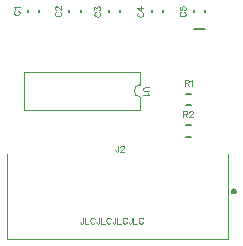
<source format=gbr>
G04 DipTrace 4.1.3.1*
G04 TopSilk.gbr*
%MOIN*%
G04 #@! TF.FileFunction,Legend,Top*
G04 #@! TF.Part,Single*
%ADD10C,0.004724*%
%ADD14C,0.005906*%
%ADD31C,0.003088*%
%FSLAX26Y26*%
G04*
G70*
G90*
G75*
G01*
G04 TopSilk*
%LPD*%
X838917Y952701D2*
D10*
X453130D1*
X838917Y824465D2*
X453130D1*
Y952701D2*
Y824465D1*
X838917Y952701D2*
Y909315D1*
Y867850D2*
Y824465D1*
Y909315D2*
G03X838917Y867850I1086J-20732D01*
G01*
X465068Y1150709D2*
D14*
Y1157795D1*
X502864Y1150709D2*
Y1157795D1*
X602570Y1150551D2*
Y1157638D1*
X640365Y1150551D2*
Y1157638D1*
X733819Y1150118D2*
Y1157205D1*
X771614Y1150118D2*
Y1157205D1*
X877570Y1150118D2*
Y1157205D1*
X915365Y1150118D2*
Y1157205D1*
X1017953Y1150354D2*
Y1157441D1*
X1055748Y1150354D2*
Y1157441D1*
X1018740Y1094449D2*
X1054961D1*
X991577Y878203D2*
X1007325D1*
X991577Y840408D2*
X1007325D1*
X991577Y773795D2*
X1007325D1*
X991577Y736000D2*
X1007325D1*
X393661Y677136D2*
D10*
Y393672D1*
X1131850D1*
Y677136D1*
G36*
X1141102Y553661D2*
X1141187Y554946D1*
X1141438Y556209D1*
X1141852Y557428D1*
X1142421Y558583D1*
X1143136Y559653D1*
X1143985Y560621D1*
X1144953Y561470D1*
X1146024Y562185D1*
X1147178Y562755D1*
X1148397Y563169D1*
X1149660Y563420D1*
X1150945Y563504D1*
X1152230Y563420D1*
X1153492Y563169D1*
X1154711Y562755D1*
X1155866Y562185D1*
X1156937Y561470D1*
X1157905Y560621D1*
X1158753Y559653D1*
X1159469Y558583D1*
X1160038Y557428D1*
X1160452Y556209D1*
X1160703Y554946D1*
X1160787Y553661D1*
D1*
X1160703Y552377D1*
X1160452Y551114D1*
X1160038Y549895D1*
X1159469Y548740D1*
X1158753Y547670D1*
X1157905Y546702D1*
X1156937Y545853D1*
X1155866Y545138D1*
X1154711Y544568D1*
X1153492Y544154D1*
X1152230Y543903D1*
X1150945Y543819D1*
X1149660Y543903D1*
X1148397Y544154D1*
X1147178Y544568D1*
X1146024Y545138D1*
X1144953Y545853D1*
X1143985Y546702D1*
X1143136Y547670D1*
X1142421Y548740D1*
X1141852Y549895D1*
X1141438Y551114D1*
X1141187Y552377D1*
X1141102Y553661D1*
D1*
G37*
X648930Y466559D2*
D31*
Y451260D1*
X647980Y448386D1*
X647007Y447436D1*
X645106Y446463D1*
X643182D1*
X641281Y447436D1*
X640330Y448386D1*
X639358Y451260D1*
Y453162D1*
X655106Y466559D2*
Y446463D1*
X666580D1*
X687104Y461784D2*
X686153Y463685D1*
X684230Y465608D1*
X682328Y466559D1*
X678504D1*
X676580Y465608D1*
X674679Y463685D1*
X673706Y461784D1*
X672756Y458910D1*
Y454112D1*
X673706Y451260D1*
X674679Y449337D1*
X676580Y447436D1*
X678504Y446463D1*
X682328D1*
X684230Y447436D1*
X686153Y449337D1*
X687104Y451260D1*
X702852Y466559D2*
Y451260D1*
X701901Y448386D1*
X700929Y447436D1*
X699027Y446463D1*
X697104D1*
X695203Y447436D1*
X694252Y448386D1*
X693279Y451260D1*
Y453162D1*
X709028Y466559D2*
Y446463D1*
X720502D1*
X741025Y461784D2*
X740075Y463685D1*
X738151Y465608D1*
X736250Y466559D1*
X732425D1*
X730502Y465608D1*
X728601Y463685D1*
X727628Y461784D1*
X726677Y458910D1*
Y454112D1*
X727628Y451260D1*
X728601Y449337D1*
X730502Y447436D1*
X732425Y446463D1*
X736250D1*
X738151Y447436D1*
X740075Y449337D1*
X741025Y451260D1*
X756774Y466559D2*
Y451260D1*
X755823Y448386D1*
X754850Y447436D1*
X752949Y446463D1*
X751026D1*
X749124Y447436D1*
X748174Y448386D1*
X747201Y451260D1*
Y453162D1*
X762949Y466559D2*
Y446463D1*
X774423D1*
X794947Y461784D2*
X793996Y463685D1*
X792073Y465608D1*
X790172Y466559D1*
X786347D1*
X784424Y465608D1*
X782522Y463685D1*
X781550Y461784D1*
X780599Y458910D1*
Y454112D1*
X781550Y451260D1*
X782522Y449337D1*
X784424Y447436D1*
X786347Y446463D1*
X790172D1*
X792073Y447436D1*
X793996Y449337D1*
X794947Y451260D1*
X810695Y466559D2*
Y451260D1*
X809745Y448386D1*
X808772Y447436D1*
X806871Y446463D1*
X804947D1*
X803046Y447436D1*
X802095Y448386D1*
X801123Y451260D1*
Y453162D1*
X816871Y466559D2*
Y446463D1*
X828345D1*
X848869Y461784D2*
X847918Y463685D1*
X845995Y465608D1*
X844093Y466559D1*
X840269D1*
X838345Y465608D1*
X836444Y463685D1*
X835471Y461784D1*
X834521Y458910D1*
Y454112D1*
X835471Y451260D1*
X836444Y449337D1*
X838345Y447436D1*
X840269Y446463D1*
X844093D1*
X845995Y447436D1*
X847918Y449337D1*
X848869Y451260D1*
X868207Y900768D2*
X853859D1*
X850985Y899817D1*
X849083Y897894D1*
X848111Y895020D1*
Y893119D1*
X849083Y890245D1*
X850985Y888321D1*
X853859Y887371D1*
X868207D1*
X864360Y881195D2*
X865333Y879271D1*
X868184Y876397D1*
X848111D1*
X422444Y1155939D2*
X420543Y1154989D1*
X418619Y1153065D1*
X417669Y1151164D1*
Y1147339D1*
X418619Y1145416D1*
X420543Y1143515D1*
X422444Y1142542D1*
X425318Y1141591D1*
X430115D1*
X432967Y1142542D1*
X434891Y1143515D1*
X436792Y1145416D1*
X437765Y1147339D1*
Y1151164D1*
X436792Y1153065D1*
X434891Y1154989D1*
X432967Y1155939D1*
X421516Y1162115D2*
X420543Y1164038D1*
X417691Y1166913D1*
X437765D1*
X559945Y1151482D2*
X558044Y1150531D1*
X556121Y1148608D1*
X555170Y1146707D1*
Y1142882D1*
X556121Y1140959D1*
X558044Y1139057D1*
X559945Y1138085D1*
X562819Y1137134D1*
X567617D1*
X570469Y1138085D1*
X572392Y1139057D1*
X574293Y1140959D1*
X575266Y1142882D1*
Y1146707D1*
X574293Y1148608D1*
X572392Y1150531D1*
X570469Y1151482D1*
X559967Y1158630D2*
X559017D1*
X557093Y1159581D1*
X556143Y1160532D1*
X555192Y1162455D1*
Y1166280D1*
X556143Y1168181D1*
X557093Y1169132D1*
X559017Y1170104D1*
X560918D1*
X562841Y1169132D1*
X565693Y1167230D1*
X575266Y1157658D1*
Y1171055D1*
X691195Y1151049D2*
X689293Y1150098D1*
X687370Y1148175D1*
X686419Y1146274D1*
Y1142449D1*
X687370Y1140526D1*
X689293Y1138624D1*
X691195Y1137652D1*
X694069Y1136701D1*
X698866D1*
X701718Y1137652D1*
X703641Y1138624D1*
X705543Y1140526D1*
X706515Y1142449D1*
Y1146274D1*
X705543Y1148175D1*
X703641Y1150098D1*
X701718Y1151049D1*
X686442Y1159148D2*
Y1169649D1*
X694091Y1163923D1*
Y1166797D1*
X695041Y1168699D1*
X695992Y1169649D1*
X698866Y1170622D1*
X700767D1*
X703641Y1169649D1*
X705565Y1167748D1*
X706515Y1164874D1*
Y1162000D1*
X705565Y1159148D1*
X704592Y1158197D1*
X702691Y1157225D1*
X834945Y1150574D2*
X833044Y1149623D1*
X831121Y1147700D1*
X830170Y1145798D1*
Y1141974D1*
X831121Y1140050D1*
X833044Y1138149D1*
X834945Y1137176D1*
X837819Y1136226D1*
X842617D1*
X845469Y1137176D1*
X847392Y1138149D1*
X849293Y1140050D1*
X850266Y1141974D1*
Y1145798D1*
X849293Y1147700D1*
X847392Y1149623D1*
X845469Y1150574D1*
X850266Y1166322D2*
X830192D1*
X843567Y1156749D1*
Y1171097D1*
X975329Y1151285D2*
X973427Y1150334D1*
X971504Y1148411D1*
X970553Y1146510D1*
Y1142685D1*
X971504Y1140762D1*
X973427Y1138861D1*
X975329Y1137888D1*
X978203Y1136937D1*
X983000D1*
X985852Y1137888D1*
X987775Y1138861D1*
X989677Y1140762D1*
X990649Y1142685D1*
Y1146510D1*
X989677Y1148411D1*
X987775Y1150334D1*
X985852Y1151285D1*
X970575Y1168935D2*
Y1159384D1*
X979175Y1158434D1*
X978225Y1159384D1*
X977252Y1162258D1*
Y1165110D1*
X978225Y1167984D1*
X980126Y1169908D1*
X983000Y1170858D1*
X984901D1*
X987775Y1169908D1*
X989699Y1167984D1*
X990649Y1165110D1*
Y1162258D1*
X989699Y1159384D1*
X988726Y1158434D1*
X986825Y1157461D1*
X987266Y916030D2*
X995866D1*
X998740Y917003D1*
X999713Y917954D1*
X1000664Y919855D1*
Y921778D1*
X999713Y923679D1*
X998740Y924652D1*
X995866Y925603D1*
X987266D1*
Y905507D1*
X993965Y916030D2*
X1000664Y905507D1*
X1006839Y921756D2*
X1008763Y922729D1*
X1011637Y925581D1*
Y905507D1*
X982966Y811622D2*
X991566D1*
X994440Y812595D1*
X995413Y813545D1*
X996364Y815447D1*
Y817370D1*
X995413Y819271D1*
X994440Y820244D1*
X991566Y821195D1*
X982966D1*
Y801099D1*
X989665Y811622D2*
X996364Y801099D1*
X1003512Y816397D2*
Y817348D1*
X1004463Y819271D1*
X1005413Y820222D1*
X1007337Y821173D1*
X1011161D1*
X1013063Y820222D1*
X1014013Y819271D1*
X1014986Y817348D1*
Y815447D1*
X1014013Y813523D1*
X1012112Y810671D1*
X1002539Y801099D1*
X1015937D1*
X766220Y706426D2*
Y691127D1*
X765270Y688253D1*
X764297Y687302D1*
X762396Y686330D1*
X760472D1*
X758571Y687302D1*
X757620Y688253D1*
X756648Y691127D1*
Y693028D1*
X773369Y701628D2*
Y702579D1*
X774319Y704502D1*
X775270Y705453D1*
X777193Y706404D1*
X781018D1*
X782919Y705453D1*
X783870Y704502D1*
X784843Y702579D1*
Y700678D1*
X783870Y698754D1*
X781969Y695902D1*
X772396Y686330D1*
X785793D1*
M02*

</source>
